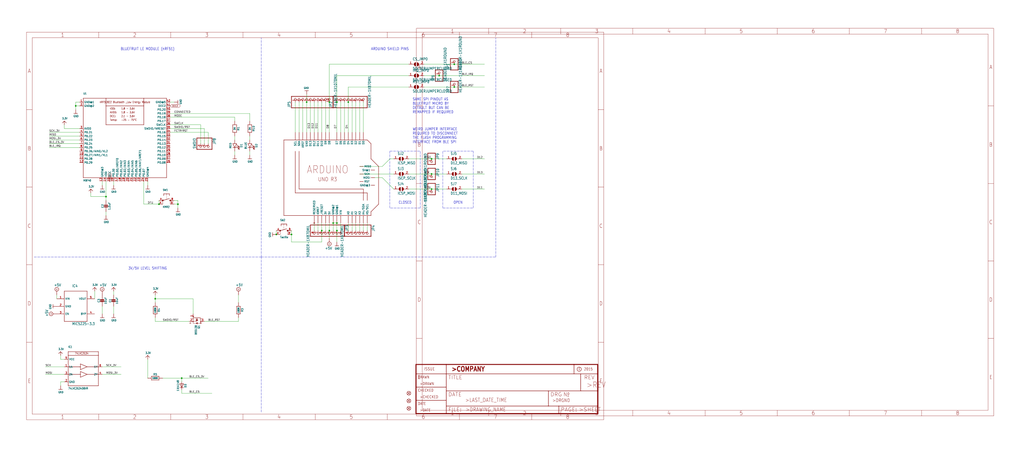
<source format=kicad_sch>
(kicad_sch (version 20211123) (generator eeschema)
  (paper "User" 687.07 301.701)
  (lib_symbols
    (symbol "eagleSchem-eagle-import:+5V" (power)
      (property "Value" "+5V" (at -1.905 3.175 0))
      (symbol "+5V_1_0"
        (pin power_in line (at 0 -2.54 90) (length 2.54) (name "+5V") (number "1"))
      )
    )
    (symbol "eagleSchem-eagle-import:3.3V" (power)
      (property "Value" "3.3V" (at -1.524 1.016 0))
      (symbol "3.3V_1_0"
        (pin power_in line (at 0 -2.54 90) (length 2.54) (name "3.3V") (number "1"))
      )
    )
    (symbol "eagleSchem-eagle-import:74LVC2G34DBVR"
      (property "Reference" "IC" (at -7.62 15.24 0))
      (property "Value" "74LVC2G34DBVR" (at -7.62 -12.7 0))
      (symbol "74LVC2G34DBVR_1_0"
        (text "74LVC2G34" (at -3.175 10.795 0) (effects (font (size 1.27 1.0795)) (justify left bottom)))
        (pin input line (at -10.16 2.54 0) (length 2.54) (name "1A") (number "1"))
        (pin power_in line (at -10.16 -7.62 0) (length 2.54) (name "GND") (number "2"))
        (pin input line (at -10.16 -2.54 0) (length 2.54) (name "2A") (number "3"))
        (pin output line (at 15.24 -2.54 180) (length 2.54) (name "2Y") (number "4"))
        (pin power_in line (at -10.16 7.62 0) (length 2.54) (name "VCC") (number "5"))
        (pin output line (at 15.24 2.54 180) (length 2.54) (name "1Y") (number "6"))
      )
    )
    (symbol "eagleSchem-eagle-import:ARDUINO_R3_ICSP_NODIM"
      (symbol "ARDUINO_R3_ICSP_NODIM_1_0"
        (text "ARDUINO" (at 15.24 27.94 0) (effects (font (size 5.08 4.318)) (justify left bottom)))
        (text "UNO R3" (at 22.86 22.86 0) (effects (font (size 2.54 2.159)) (justify left bottom)))
        (pin power_in line (at 27.94 -5.08 90) (length 5.08) (name "3V") (number "3V"))
        (pin power_in line (at 30.48 -5.08 90) (length 5.08) (name "5V") (number "5V"))
        (pin passive line (at 60.96 30.48 180) (length 2.54) (name "5V@1") (number "5V_ICSP"))
        (pin bidirectional line (at 43.18 -5.08 90) (length 5.08) (name "A0") (number "A0"))
        (pin bidirectional line (at 45.72 -5.08 90) (length 5.08) (name "A1") (number "A1"))
        (pin bidirectional line (at 48.26 -5.08 90) (length 5.08) (name "A2") (number "A2"))
        (pin bidirectional line (at 50.8 -5.08 90) (length 5.08) (name "A3") (number "A3"))
        (pin bidirectional line (at 53.34 -5.08 90) (length 5.08) (name "A4/SDA") (number "A4"))
        (pin bidirectional line (at 55.88 -5.08 90) (length 5.08) (name "A5/SCL") (number "A5"))
        (pin bidirectional line (at 12.7 55.88 270) (length 5.08) (name "AREF") (number "AREF"))
        (pin bidirectional line (at 53.34 55.88 270) (length 5.08) (name "D0") (number "D0"))
        (pin bidirectional line (at 50.8 55.88 270) (length 5.08) (name "D1") (number "D1"))
        (pin bidirectional line (at 25.4 55.88 270) (length 5.08) (name "D10") (number "D10"))
        (pin bidirectional line (at 22.86 55.88 270) (length 5.08) (name "D11") (number "D11"))
        (pin bidirectional line (at 20.32 55.88 270) (length 5.08) (name "D12") (number "D12"))
        (pin bidirectional line (at 17.78 55.88 270) (length 5.08) (name "D13") (number "D13"))
        (pin bidirectional line (at 48.26 55.88 270) (length 5.08) (name "D2") (number "D2"))
        (pin bidirectional line (at 45.72 55.88 270) (length 5.08) (name "D3") (number "D3"))
        (pin bidirectional line (at 43.18 55.88 270) (length 5.08) (name "D4") (number "D4"))
        (pin bidirectional line (at 40.64 55.88 270) (length 5.08) (name "D5") (number "D5"))
        (pin bidirectional line (at 38.1 55.88 270) (length 5.08) (name "D6") (number "D6"))
        (pin bidirectional line (at 35.56 55.88 270) (length 5.08) (name "D7") (number "D7"))
        (pin bidirectional line (at 30.48 55.88 270) (length 5.08) (name "D8") (number "D8"))
        (pin bidirectional line (at 27.94 55.88 270) (length 5.08) (name "D9") (number "D9"))
        (pin power_in line (at 15.24 55.88 270) (length 5.08) (name "GND") (number "GND"))
        (pin power_in line (at 33.02 -5.08 90) (length 5.08) (name "GND@2") (number "GND@1"))
        (pin passive line (at 60.96 20.32 180) (length 2.54) (name "GND@3") (number "GND@2"))
        (pin power_in line (at 35.56 -5.08 90) (length 5.08) (name "GND@1") (number "GND@3"))
        (pin output line (at 22.86 -5.08 90) (length 5.08) (name "IOREF") (number "IOREF"))
        (pin passive line (at 50.8 33.02 0) (length 2.54) (name "MISO") (number "MISO"))
        (pin passive line (at 60.96 25.4 180) (length 2.54) (name "MOSI") (number "MOSI"))
        (pin no_connect line (at 20.32 -5.08 90) (length 5.08) (name "RESERVED") (number "RESERVED"))
        (pin bidirectional line (at 25.4 -5.08 90) (length 5.08) (name "/RESET") (number "RESET"))
        (pin passive line (at 50.8 22.86 0) (length 2.54) (name "RST") (number "RESET_ICSP"))
        (pin passive line (at 50.8 27.94 0) (length 2.54) (name "SCK") (number "SCK"))
        (pin bidirectional line (at 7.62 55.88 270) (length 5.08) (name "SCL") (number "SCL"))
        (pin bidirectional line (at 10.16 55.88 270) (length 5.08) (name "SDA") (number "SDA"))
        (pin power_in line (at 38.1 -5.08 90) (length 5.08) (name "VIN") (number "VIN"))
      )
    )
    (symbol "eagleSchem-eagle-import:CAP_CERAMIC0805-NOOUTLINE"
      (property "Reference" "C" (at -2.29 1.25 90))
      (property "Value" "CAP_CERAMIC0805-NOOUTLINE" (at 2.3 1.25 90))
      (symbol "CAP_CERAMIC0805-NOOUTLINE_1_0"
        (pin passive line (at 0 5.08 270) (length 2.54) (name "1") (number "1"))
        (pin passive line (at 0 -2.54 90) (length 2.54) (name "2") (number "2"))
      )
    )
    (symbol "eagleSchem-eagle-import:DIODESOD-323"
      (property "Reference" "D" (at 0 2.54 0))
      (property "Value" "DIODESOD-323" (at 0 -2.5 0))
      (symbol "DIODESOD-323_1_0"
        (pin passive line (at -2.54 0 0) (length 2.54) (name "A") (number "A"))
        (pin passive line (at 2.54 0 180) (length 2.54) (name "C") (number "C"))
      )
    )
    (symbol "eagleSchem-eagle-import:FIDUCIAL{dblquote}{dblquote}")
    (symbol "eagleSchem-eagle-import:FRAME_A3"
      (symbol "FRAME_A3_0_0"
        (text "1" (at 24.2094 1.905 0) (effects (font (size 2.54 2.286))))
        (text "1" (at 24.2094 258.445 0) (effects (font (size 2.54 2.286))))
        (text "2" (at 72.6281 1.905 0) (effects (font (size 2.54 2.286))))
        (text "2" (at 72.6281 258.445 0) (effects (font (size 2.54 2.286))))
        (text "3" (at 121.0469 1.905 0) (effects (font (size 2.54 2.286))))
        (text "3" (at 121.0469 258.445 0) (effects (font (size 2.54 2.286))))
        (text "4" (at 169.4656 1.905 0) (effects (font (size 2.54 2.286))))
        (text "4" (at 169.4656 258.445 0) (effects (font (size 2.54 2.286))))
        (text "5" (at 217.8844 1.905 0) (effects (font (size 2.54 2.286))))
        (text "5" (at 217.8844 258.445 0) (effects (font (size 2.54 2.286))))
        (text "6" (at 266.3031 1.905 0) (effects (font (size 2.54 2.286))))
        (text "6" (at 266.3031 258.445 0) (effects (font (size 2.54 2.286))))
        (text "7" (at 314.7219 1.905 0) (effects (font (size 2.54 2.286))))
        (text "7" (at 314.7219 258.445 0) (effects (font (size 2.54 2.286))))
        (text "8" (at 363.1406 1.905 0) (effects (font (size 2.54 2.286))))
        (text "8" (at 363.1406 258.445 0) (effects (font (size 2.54 2.286))))
        (text "A" (at 1.905 234.315 0) (effects (font (size 2.54 2.286))))
        (text "A" (at 385.445 234.315 0) (effects (font (size 2.54 2.286))))
        (text "B" (at 1.905 182.245 0) (effects (font (size 2.54 2.286))))
        (text "B" (at 385.445 182.245 0) (effects (font (size 2.54 2.286))))
        (text "C" (at 1.905 130.175 0) (effects (font (size 2.54 2.286))))
        (text "C" (at 385.445 130.175 0) (effects (font (size 2.54 2.286))))
        (text "D" (at 1.905 78.105 0) (effects (font (size 2.54 2.286))))
        (text "D" (at 385.445 78.105 0) (effects (font (size 2.54 2.286))))
        (text "E" (at 1.905 26.035 0) (effects (font (size 2.54 2.286))))
        (text "E" (at 385.445 26.035 0) (effects (font (size 2.54 2.286))))
      )
      (symbol "FRAME_A3_2_0"
        (text "PART OR WHOLE IS STRICTLY PROHIBITED WITHOUT WRITTEN PERMISSION!" (at 3.81 -5.08 0) (effects (font (size 1.27 1.0795)) (justify left bottom)))
        (text "PROPRIETARY" (at 3.81 -10.16 0) (effects (font (size 2.54 2.159) (thickness 0.4318) bold) (justify left bottom)))
        (text "THIS DRAWING CONTAINS CONFIDENTIAL INFORMATION. ANY REPRODUCTION IN" (at 3.81 -2.794 0) (effects (font (size 1.27 1.0795)) (justify left bottom)))
      )
      (symbol "FRAME_A3_3_0"
        (text "2015" (at 112.4077 30.4673 0) (effects (font (size 1.778 1.5113)) (justify left bottom)))
        (text ">CHECKED" (at 2.2352 11.7348 0) (effects (font (size 1.778 1.5113)) (justify left bottom)))
        (text ">COMPANY" (at 23.349 29.6735 0) (effects (font (size 3.175 2.6987) (thickness 0.5397) bold) (justify left bottom)))
        (text ">DATE" (at 2.2352 2.8448 0) (effects (font (size 1.778 1.5113)) (justify left bottom)))
        (text ">DRAWING_NAME" (at 33.0327 2.8448 0) (effects (font (size 2.54 2.159)) (justify left bottom)))
        (text ">DRAWN" (at 2.2352 20.6248 0) (effects (font (size 1.778 1.5113)) (justify left bottom)))
        (text ">DRGNO" (at 91.1352 9.1948 0) (effects (font (size 2.1844 1.8567)) (justify left bottom)))
        (text ">LAST_DATE_TIME" (at 32.7152 9.1948 0) (effects (font (size 2.54 2.159)) (justify left bottom)))
        (text ">REV" (at 113.9952 18.7198 0) (effects (font (size 3.81 3.2385)) (justify left bottom)))
        (text ">SHEET" (at 108.9152 2.8448 0) (effects (font (size 2.54 2.54)) (justify left bottom)))
        (text "C" (at 108.7564 30.7848 0) (effects (font (size 1.27 1.0795)) (justify left bottom)))
        (text "CHECKED" (at 0.9652 16.1798 0) (effects (font (size 1.778 1.5113)) (justify left bottom)))
        (text "DATE" (at 0.9652 7.2898 0) (effects (font (size 1.778 1.5113)) (justify left bottom)))
        (text "DATE" (at 21.2852 13.0048 0) (effects (font (size 2.54 2.54)) (justify left bottom)))
        (text "DRAWN" (at 0.9652 25.0698 0) (effects (font (size 1.778 1.5113)) (justify left bottom)))
        (text "DRG" (at 89.8652 13.0048 0) (effects (font (size 2.54 2.54)) (justify left bottom)))
        (text "FILE:" (at 21.2852 2.8448 0) (effects (font (size 2.54 2.54)) (justify left bottom)))
        (text "ISSUE" (at 5.0927 30.4673 0) (effects (font (size 1.9304 1.6408)) (justify left bottom)))
        (text "N" (at 98.4377 13.0048 0) (effects (font (size 2.54 2.54)) (justify left bottom)))
        (text "o" (at 100.9777 13.9573 0) (effects (font (size 2.1844 1.8567)) (justify left bottom)))
        (text "PAGE:" (at 96.8502 2.8448 0) (effects (font (size 2.54 2.54)) (justify left bottom)))
        (text "REV" (at 112.4077 24.4348 0) (effects (font (size 2.54 2.54)) (justify left bottom)))
        (text "TITLE" (at 21.2852 24.4348 0) (effects (font (size 2.54 2.54)) (justify left bottom)))
      )
    )
    (symbol "eagleSchem-eagle-import:GND" (power)
      (property "Value" "GND" (at -1.524 -2.54 0))
      (symbol "GND_1_0"
        (pin power_in line (at 0 2.54 270) (length 2.54) (name "GND") (number "1"))
      )
    )
    (symbol "eagleSchem-eagle-import:HEADER-1X1070MIL"
      (property "Reference" "JP" (at -6.35 13.335 0))
      (property "Value" "HEADER-1X1070MIL" (at -6.35 -17.78 0))
      (symbol "HEADER-1X1070MIL_1_0"
        (pin passive inverted (at -2.54 10.16 0) (length 2.54) (name "1") (number "1"))
        (pin passive inverted (at -2.54 -12.7 0) (length 2.54) (name "10") (number "10"))
        (pin passive inverted (at -2.54 7.62 0) (length 2.54) (name "2") (number "2"))
        (pin passive inverted (at -2.54 5.08 0) (length 2.54) (name "3") (number "3"))
        (pin passive inverted (at -2.54 2.54 0) (length 2.54) (name "4") (number "4"))
        (pin passive inverted (at -2.54 0 0) (length 2.54) (name "5") (number "5"))
        (pin passive inverted (at -2.54 -2.54 0) (length 2.54) (name "6") (number "6"))
        (pin passive inverted (at -2.54 -5.08 0) (length 2.54) (name "7") (number "7"))
        (pin passive inverted (at -2.54 -7.62 0) (length 2.54) (name "8") (number "8"))
        (pin passive inverted (at -2.54 -10.16 0) (length 2.54) (name "9") (number "9"))
      )
    )
    (symbol "eagleSchem-eagle-import:HEADER-1X1ROUND"
      (property "Reference" "JP" (at -6.35 3.175 0))
      (property "Value" "HEADER-1X1ROUND" (at -6.35 -5.08 0))
      (symbol "HEADER-1X1ROUND_1_0"
        (pin passive inverted (at -2.54 0 0) (length 2.54) (name "1") (number "1"))
      )
    )
    (symbol "eagleSchem-eagle-import:HEADER-1X376MIL"
      (property "Reference" "JP" (at -6.35 5.715 0))
      (property "Value" "HEADER-1X376MIL" (at -6.35 -7.62 0))
      (symbol "HEADER-1X376MIL_1_0"
        (pin passive inverted (at -2.54 2.54 0) (length 2.54) (name "1") (number "1"))
        (pin passive inverted (at -2.54 0 0) (length 2.54) (name "2") (number "2"))
        (pin passive inverted (at -2.54 -2.54 0) (length 2.54) (name "3") (number "3"))
      )
    )
    (symbol "eagleSchem-eagle-import:HEADER-1X670MIL"
      (property "Reference" "JP" (at -6.35 10.795 0))
      (property "Value" "HEADER-1X670MIL" (at -6.35 -10.16 0))
      (symbol "HEADER-1X670MIL_1_0"
        (pin passive inverted (at -2.54 7.62 0) (length 2.54) (name "1") (number "1"))
        (pin passive inverted (at -2.54 5.08 0) (length 2.54) (name "2") (number "2"))
        (pin passive inverted (at -2.54 2.54 0) (length 2.54) (name "3") (number "3"))
        (pin passive inverted (at -2.54 0 0) (length 2.54) (name "4") (number "4"))
        (pin passive inverted (at -2.54 -2.54 0) (length 2.54) (name "5") (number "5"))
        (pin passive inverted (at -2.54 -5.08 0) (length 2.54) (name "6") (number "6"))
      )
    )
    (symbol "eagleSchem-eagle-import:HEADER-1X870MIL"
      (property "Reference" "JP" (at -6.35 13.335 0))
      (property "Value" "HEADER-1X870MIL" (at -6.35 -12.7 0))
      (symbol "HEADER-1X870MIL_1_0"
        (pin passive inverted (at -2.54 10.16 0) (length 2.54) (name "1") (number "1"))
        (pin passive inverted (at -2.54 7.62 0) (length 2.54) (name "2") (number "2"))
        (pin passive inverted (at -2.54 5.08 0) (length 2.54) (name "3") (number "3"))
        (pin passive inverted (at -2.54 2.54 0) (length 2.54) (name "4") (number "4"))
        (pin passive inverted (at -2.54 0 0) (length 2.54) (name "5") (number "5"))
        (pin passive inverted (at -2.54 -2.54 0) (length 2.54) (name "6") (number "6"))
        (pin passive inverted (at -2.54 -5.08 0) (length 2.54) (name "7") (number "7"))
        (pin passive inverted (at -2.54 -7.62 0) (length 2.54) (name "8") (number "8"))
      )
    )
    (symbol "eagleSchem-eagle-import:LED0805_NOOUTLINE"
      (property "Reference" "D" (at -1.27 4.445 0))
      (property "Value" "LED0805_NOOUTLINE" (at -1.27 -2.794 0))
      (symbol "LED0805_NOOUTLINE_1_0"
        (pin passive line (at -5.08 0 0) (length 2.54) (name "A") (number "A"))
        (pin passive line (at 2.54 0 180) (length 2.54) (name "C") (number "C"))
      )
    )
    (symbol "eagleSchem-eagle-import:LP298XS"
      (property "Reference" "IC" (at -12.7 -5.08 90))
      (property "Value" "LP298XS" (at 12.7 -5.08 90))
      (symbol "LP298XS_1_0"
        (pin bidirectional line (at -5.08 -15.24 90) (length 5.08) (name "VIN") (number "1"))
        (pin bidirectional line (at 0 -15.24 90) (length 5.08) (name "GND") (number "2"))
        (pin bidirectional line (at 5.08 -15.24 90) (length 5.08) (name "EN") (number "3"))
        (pin bidirectional line (at 5.08 10.16 270) (length 5.08) (name "BYP") (number "4"))
        (pin bidirectional line (at -5.08 10.16 270) (length 5.08) (name "VOUT") (number "5"))
      )
    )
    (symbol "eagleSchem-eagle-import:MOSFET-NWIDE"
      (property "Reference" "Q" (at 5.08 0.635 0))
      (property "Value" "MOSFET-NWIDE" (at 5.08 -1.27 0))
      (symbol "MOSFET-NWIDE_1_0"
        (text "D" (at 3.175 3.175 0) (effects (font (size 0.8128 0.6908)) (justify left bottom)))
        (text "G" (at -1.27 -1.905 0) (effects (font (size 0.8128 0.6908)) (justify left bottom)))
        (text "S" (at 3.175 -3.81 0) (effects (font (size 0.8128 0.6908)) (justify left bottom)))
        (pin bidirectional line (at -2.54 -2.54 0) (length 2.54) (name "G") (number "1"))
        (pin bidirectional line (at 2.54 -5.08 90) (length 2.54) (name "S") (number "2"))
        (pin bidirectional line (at 2.54 5.08 270) (length 2.54) (name "D") (number "3"))
      )
    )
    (symbol "eagleSchem-eagle-import:NRF51822_MODULE_MDBT40"
      (property "Reference" "U" (at -27.94 27.94 0))
      (property "Value" "NRF51822_MODULE_MDBT40" (at -27.94 -30.48 0))
      (symbol "NRF51822_MODULE_MDBT40_1_0"
        (text "-25 - 75°C" (at -2.54 10.16 0) (effects (font (size 1.27 1.0795)) (justify left bottom)))
        (text "1.8 - 3.6V" (at -2.54 15.24 0) (effects (font (size 1.27 1.0795)) (justify left bottom)))
        (text "1.8 - 3.6V" (at -2.54 17.78 0) (effects (font (size 1.27 1.0795)) (justify left bottom)))
        (text "2.1 - 3.6V" (at -2.54 12.7 0) (effects (font (size 1.27 1.0795)) (justify left bottom)))
        (text "AVDD:" (at -10.16 15.24 0) (effects (font (size 1.27 1.0795)) (justify left bottom)))
        (text "DCC:" (at -10.16 12.7 0) (effects (font (size 1.27 1.0795)) (justify left bottom)))
        (text "nRF51822 Bluetooth _Low Energy Module" (at 0 22.86 0) (effects (font (size 1.27 1.0795))))
        (text "Temp:" (at -10.16 10.16 0) (effects (font (size 1.27 1.0795)) (justify left bottom)))
        (text "VDD:" (at -10.16 17.78 0) (effects (font (size 1.27 1.0795)) (justify left bottom)))
        (pin power_in line (at -30.48 22.86 0) (length 2.54) (name "GND@1") (number "1"))
        (pin bidirectional line (at -30.48 -12.7 0) (length 2.54) (name "P0.27/AIN1/XL1") (number "10"))
        (pin bidirectional line (at -30.48 -15.24 0) (length 2.54) (name "P0.28") (number "11"))
        (pin bidirectional line (at -30.48 -17.78 0) (length 2.54) (name "P0.29") (number "12"))
        (pin power_in line (at -15.24 -30.48 90) (length 2.54) (name "GND@3") (number "13"))
        (pin power_in line (at -12.7 -30.48 90) (length 2.54) (name "VDD") (number "14"))
        (pin power_in line (at -10.16 -30.48 90) (length 2.54) (name "DCC") (number "15"))
        (pin bidirectional line (at -7.62 -30.48 90) (length 2.54) (name "P0.30") (number "16"))
        (pin bidirectional line (at -5.08 -30.48 90) (length 2.54) (name "P0.00/AREF0") (number "17"))
        (pin bidirectional line (at -2.54 -30.48 90) (length 2.54) (name "P0.01/AIN2") (number "18"))
        (pin bidirectional line (at 0 -30.48 90) (length 2.54) (name "P0.02/AIN3") (number "19"))
        (pin power_in line (at -30.48 20.32 0) (length 2.54) (name "GND@2") (number "2"))
        (pin bidirectional line (at 2.54 -30.48 90) (length 2.54) (name "P0.03/AIN4") (number "20"))
        (pin bidirectional line (at 5.08 -30.48 90) (length 2.54) (name "P0.04/AIN5") (number "21"))
        (pin bidirectional line (at 7.62 -30.48 90) (length 2.54) (name "P0.05/AIN6") (number "22"))
        (pin bidirectional line (at 10.16 -30.48 90) (length 2.54) (name "P0.06/AIN7/AREF1") (number "23"))
        (pin bidirectional line (at 12.7 -30.48 90) (length 2.54) (name "P0.07") (number "24"))
        (pin power_in line (at 15.24 -30.48 90) (length 2.54) (name "GND@4") (number "25"))
        (pin bidirectional line (at 30.48 -17.78 180) (length 2.54) (name "P0.08") (number "26"))
        (pin bidirectional line (at 30.48 -15.24 180) (length 2.54) (name "P0.09") (number "27"))
        (pin bidirectional line (at 30.48 -12.7 180) (length 2.54) (name "P0.10") (number "28"))
        (pin bidirectional line (at 30.48 -10.16 180) (length 2.54) (name "P0.11") (number "29"))
        (pin power_in line (at -30.48 5.08 0) (length 2.54) (name "AVDD") (number "3"))
        (pin bidirectional line (at 30.48 -7.62 180) (length 2.54) (name "P0.12") (number "30"))
        (pin bidirectional line (at 30.48 -5.08 180) (length 2.54) (name "P0.13") (number "31"))
        (pin bidirectional line (at 30.48 -2.54 180) (length 2.54) (name "P0.14") (number "32"))
        (pin bidirectional line (at 30.48 0 180) (length 2.54) (name "P0.15") (number "33"))
        (pin bidirectional line (at 30.48 2.54 180) (length 2.54) (name "P0.16") (number "34"))
        (pin bidirectional line (at 30.48 5.08 180) (length 2.54) (name "SWDIO/NRESET") (number "35"))
        (pin bidirectional line (at 30.48 7.62 180) (length 2.54) (name "SWCLK") (number "36"))
        (pin bidirectional line (at 30.48 10.16 180) (length 2.54) (name "P0.17") (number "37"))
        (pin bidirectional line (at 30.48 12.7 180) (length 2.54) (name "P0.18") (number "38"))
        (pin bidirectional line (at 30.48 15.24 180) (length 2.54) (name "P0.19") (number "39"))
        (pin bidirectional line (at -30.48 2.54 0) (length 2.54) (name "P0.21") (number "4"))
        (pin bidirectional line (at 30.48 17.78 180) (length 2.54) (name "P0.20") (number "40"))
        (pin power_in line (at 30.48 20.32 180) (length 2.54) (name "DEC2") (number "41"))
        (pin power_in line (at 30.48 22.86 180) (length 2.54) (name "GND@5") (number "42"))
        (pin bidirectional line (at -30.48 0 0) (length 2.54) (name "P0.22") (number "5"))
        (pin bidirectional line (at -30.48 -2.54 0) (length 2.54) (name "P0.23") (number "6"))
        (pin bidirectional line (at -30.48 -5.08 0) (length 2.54) (name "P0.24") (number "7"))
        (pin bidirectional line (at -30.48 -7.62 0) (length 2.54) (name "P0.25") (number "8"))
        (pin bidirectional line (at -30.48 -10.16 0) (length 2.54) (name "P0.26/AIN0/XL2") (number "9"))
      )
    )
    (symbol "eagleSchem-eagle-import:RESISTOR0805_NOOUTLINE"
      (property "Reference" "R" (at 0 2.54 0))
      (property "Value" "RESISTOR0805_NOOUTLINE" (at 0 0 0))
      (symbol "RESISTOR0805_NOOUTLINE_1_0"
        (pin passive line (at -5.08 0 0) (length 2.54) (name "1") (number "1"))
        (pin passive line (at 5.08 0 180) (length 2.54) (name "2") (number "2"))
      )
    )
    (symbol "eagleSchem-eagle-import:SOLDERJUMPERCLOSED"
      (property "Reference" "SJ" (at -2.54 2.54 0))
      (property "Value" "SOLDERJUMPERCLOSED" (at -2.54 -3.81 0))
      (symbol "SOLDERJUMPERCLOSED_1_0"
        (pin passive line (at -5.08 0 0) (length 2.54) (name "1") (number "1"))
        (pin passive line (at 5.08 0 180) (length 2.54) (name "2") (number "2"))
      )
    )
    (symbol "eagleSchem-eagle-import:SOLDERJUMPERREFLOW_NOPASTE"
      (property "Reference" "SJ" (at -2.54 2.54 0))
      (property "Value" "SOLDERJUMPERREFLOW_NOPASTE" (at -2.54 -3.81 0))
      (symbol "SOLDERJUMPERREFLOW_NOPASTE_1_0"
        (pin passive line (at -5.08 0 0) (length 2.54) (name "1") (number "1"))
        (pin passive line (at 5.08 0 180) (length 2.54) (name "2") (number "2"))
      )
    )
    (symbol "eagleSchem-eagle-import:SWITCH_TACT_SMT"
      (property "Reference" "SW" (at -2.54 6.35 0))
      (property "Value" "SWITCH_TACT_SMT" (at -2.54 -5.08 0))
      (symbol "SWITCH_TACT_SMT_1_0"
        (pin passive line (at -5.08 0 0) (length 2.54) (name "P") (number "A"))
        (pin passive line (at -5.08 -2.54 0) (length 2.54) (name "P1") (number "A'"))
        (pin passive line (at 5.08 0 180) (length 2.54) (name "S") (number "B"))
        (pin passive line (at 5.08 -2.54 180) (length 2.54) (name "S1") (number "B'"))
      )
    )
    (symbol "eagleSchem-eagle-import:SWITCH_TACT_SMT4.6X2.8"
      (property "Reference" "SW" (at -2.54 6.35 0))
      (property "Value" "SWITCH_TACT_SMT4.6X2.8" (at -2.54 -5.08 0))
      (symbol "SWITCH_TACT_SMT4.6X2.8_1_0"
        (pin passive line (at -5.08 0 0) (length 2.54) (name "P") (number "A"))
        (pin passive line (at -5.08 -2.54 0) (length 2.54) (name "P1") (number "A'"))
        (pin passive line (at 5.08 0 180) (length 2.54) (name "S") (number "B"))
        (pin passive line (at 5.08 -2.54 180) (length 2.54) (name "S1") (number "B'"))
      )
    )
  )
  (junction (at 215.9 154.94))
  (junction (at 294.64 50.8))
  (junction (at 185.42 157.48))
  (junction (at 226.06 154.94))
  (junction (at 104.14 200.66))
  (junction (at 50.8 71.12))
  (junction (at 304.8 58.42))
  (junction (at 226.06 68.58))
  (junction (at 226.06 149.86))
  (junction (at 195.58 157.48))
  (junction (at 106.68 137.16))
  (junction (at 119.38 137.16))
  (junction (at 220.98 68.58))
  (junction (at 304.8 43.18))
  (junction (at 223.52 149.86))
  (junction (at 121.92 254))
  (junction (at 71.12 132.08))
  (junction (at 289.56 116.84))
  (junction (at 233.68 68.58))
  (junction (at 205.74 68.58))
  (junction (at 289.56 106.68))
  (junction (at 289.56 127))
  (junction (at 220.98 154.94))
  (wire (pts (xy 137.16 96.52) (xy 137.16 86.36)))
  (wire (pts (xy 226.06 88.9) (xy 226.06 68.58)))
  (wire (pts (xy 251.46 119.38) (xy 256.54 119.38)))
  (wire (pts (xy 60.96 132.08) (xy 60.96 129.54)))
  (wire (pts (xy 104.14 200.66) (xy 104.14 198.12)))
  (wire (pts (xy 71.12 132.08) (xy 71.12 134.62)))
  (wire (pts (xy 213.36 154.94) (xy 213.36 149.86)))
  (wire (pts (xy 33.02 99.06) (xy 53.34 99.06)))
  (wire (pts (xy 53.34 71.12) (xy 50.8 71.12)))
  (wire (pts (xy 289.56 127) (xy 299.72 127)))
  (wire (pts (xy 304.8 58.42) (xy 284.48 58.42)))
  (wire (pts (xy 99.06 241.3) (xy 99.06 254)))
  (wire (pts (xy 241.3 116.84) (xy 264.16 116.84)))
  (polyline (pts (xy 261.62 101.6) (xy 281.94 101.6)))
  (wire (pts (xy 129.54 210.82) (xy 129.54 200.66)))
  (wire (pts (xy 231.14 68.58) (xy 231.14 88.9)))
  (wire (pts (xy 76.2 195.58) (xy 76.2 198.12)))
  (wire (pts (xy 238.76 154.94) (xy 238.76 149.86)))
  (wire (pts (xy 294.64 50.8) (xy 284.48 50.8)))
  (wire (pts (xy 223.52 154.94) (xy 223.52 149.86)))
  (wire (pts (xy 200.66 68.58) (xy 200.66 88.9)))
  (wire (pts (xy 33.02 96.52) (xy 53.34 96.52)))
  (wire (pts (xy 38.1 198.12) (xy 38.1 200.66)))
  (wire (pts (xy 116.84 137.16) (xy 119.38 137.16)))
  (wire (pts (xy 274.32 116.84) (xy 289.56 116.84)))
  (wire (pts (xy 114.3 88.9) (xy 139.7 88.9)))
  (wire (pts (xy 218.44 68.58) (xy 218.44 88.9)))
  (wire (pts (xy 68.58 246.38) (xy 81.28 246.38)))
  (wire (pts (xy 195.58 157.48) (xy 195.58 162.56)))
  (wire (pts (xy 167.64 76.2) (xy 167.64 81.28)))
  (wire (pts (xy 205.74 68.58) (xy 205.74 88.9)))
  (wire (pts (xy 76.2 121.92) (xy 76.2 124.46)))
  (wire (pts (xy 195.58 162.56) (xy 215.9 162.56)))
  (wire (pts (xy 218.44 154.94) (xy 218.44 149.86)))
  (wire (pts (xy 71.12 132.08) (xy 60.96 132.08)))
  (wire (pts (xy 104.14 213.36) (xy 104.14 215.9)))
  (wire (pts (xy 213.36 88.9) (xy 213.36 68.58)))
  (wire (pts (xy 114.3 83.82) (xy 134.62 83.82)))
  (polyline (pts (xy 22.86 172.72) (xy 175.26 172.72)))
  (wire (pts (xy 210.82 154.94) (xy 210.82 149.86)))
  (wire (pts (xy 53.34 86.36) (xy 43.18 86.36)))
  (polyline (pts (xy 317.5 139.7) (xy 317.5 101.6)))
  (wire (pts (xy 121.92 254) (xy 121.92 256.54)))
  (wire (pts (xy 104.14 203.2) (xy 104.14 200.66)))
  (wire (pts (xy 50.8 68.58) (xy 50.8 71.12)))
  (wire (pts (xy 114.3 78.74) (xy 157.48 78.74)))
  (wire (pts (xy 43.18 86.36) (xy 43.18 83.82)))
  (wire (pts (xy 68.58 121.92) (xy 68.58 124.46)))
  (wire (pts (xy 114.3 86.36) (xy 137.16 86.36)))
  (wire (pts (xy 104.14 215.9) (xy 127 215.9)))
  (wire (pts (xy 129.54 200.66) (xy 104.14 200.66)))
  (wire (pts (xy 304.8 43.18) (xy 284.48 43.18)))
  (wire (pts (xy 210.82 68.58) (xy 210.82 88.9)))
  (wire (pts (xy 256.54 111.76) (xy 261.62 106.68)))
  (wire (pts (xy 309.88 127) (xy 325.12 127)))
  (wire (pts (xy 289.56 116.84) (xy 299.72 116.84)))
  (wire (pts (xy 215.9 154.94) (xy 215.9 149.86)))
  (wire (pts (xy 243.84 154.94) (xy 243.84 149.86)))
  (wire (pts (xy 71.12 142.24) (xy 71.12 144.78)))
  (wire (pts (xy 68.58 251.46) (xy 81.28 251.46)))
  (polyline (pts (xy 261.62 139.7) (xy 261.62 101.6)))
  (wire (pts (xy 226.06 154.94) (xy 226.06 149.86)))
  (wire (pts (xy 226.06 162.56) (xy 226.06 154.94)))
  (wire (pts (xy 139.7 254) (xy 121.92 254)))
  (wire (pts (xy 116.84 134.62) (xy 119.38 134.62)))
  (polyline (pts (xy 297.18 101.6) (xy 297.18 139.7)))
  (wire (pts (xy 289.56 106.68) (xy 299.72 106.68)))
  (wire (pts (xy 233.68 58.42) (xy 233.68 68.58)))
  (wire (pts (xy 96.52 121.92) (xy 96.52 137.16)))
  (wire (pts (xy 241.3 111.76) (xy 256.54 111.76)))
  (wire (pts (xy 233.68 154.94) (xy 233.68 149.86)))
  (wire (pts (xy 241.3 154.94) (xy 241.3 149.86)))
  (wire (pts (xy 30.48 251.46) (xy 43.18 251.46)))
  (wire (pts (xy 256.54 119.38) (xy 264.16 127)))
  (wire (pts (xy 106.68 134.62) (xy 106.68 137.16)))
  (wire (pts (xy 157.48 91.44) (xy 157.48 93.98)))
  (wire (pts (xy 160.02 215.9) (xy 160.02 213.36)))
  (polyline (pts (xy 332.74 172.72) (xy 332.74 25.4)))
  (polyline (pts (xy 175.26 172.72) (xy 332.74 172.72)))
  (wire (pts (xy 220.98 160.02) (xy 220.98 154.94)))
  (wire (pts (xy 220.98 43.18) (xy 220.98 68.58)))
  (wire (pts (xy 71.12 121.92) (xy 71.12 132.08)))
  (wire (pts (xy 215.9 162.56) (xy 215.9 154.94)))
  (wire (pts (xy 274.32 43.18) (xy 220.98 43.18)))
  (wire (pts (xy 53.34 68.58) (xy 50.8 68.58)))
  (polyline (pts (xy 281.94 139.7) (xy 261.62 139.7)))
  (wire (pts (xy 198.12 68.58) (xy 198.12 88.9)))
  (wire (pts (xy 114.3 68.58) (xy 116.84 68.58)))
  (wire (pts (xy 40.64 256.54) (xy 40.64 259.08)))
  (wire (pts (xy 304.8 58.42) (xy 325.12 58.42)))
  (wire (pts (xy 309.88 106.68) (xy 325.12 106.68)))
  (wire (pts (xy 76.2 205.74) (xy 76.2 210.82)))
  (polyline (pts (xy 297.18 139.7) (xy 317.5 139.7)))
  (wire (pts (xy 309.88 116.84) (xy 325.12 116.84)))
  (wire (pts (xy 119.38 137.16) (xy 119.38 139.7)))
  (wire (pts (xy 304.8 43.18) (xy 325.12 43.18)))
  (wire (pts (xy 96.52 137.16) (xy 106.68 137.16)))
  (wire (pts (xy 167.64 101.6) (xy 167.64 104.14)))
  (wire (pts (xy 203.2 68.58) (xy 203.2 88.9)))
  (wire (pts (xy 223.52 149.86) (xy 226.06 149.86)))
  (wire (pts (xy 294.64 50.8) (xy 325.12 50.8)))
  (wire (pts (xy 33.02 88.9) (xy 53.34 88.9)))
  (wire (pts (xy 228.6 68.58) (xy 228.6 88.9)))
  (wire (pts (xy 50.8 71.12) (xy 50.8 73.66)))
  (wire (pts (xy 63.5 195.58) (xy 63.5 200.66)))
  (wire (pts (xy 195.58 157.48) (xy 195.58 154.94)))
  (wire (pts (xy 160.02 203.2) (xy 160.02 198.12)))
  (wire (pts (xy 30.48 246.38) (xy 43.18 246.38)))
  (wire (pts (xy 160.02 215.9) (xy 137.16 215.9)))
  (wire (pts (xy 109.22 254) (xy 121.92 254)))
  (wire (pts (xy 241.3 68.58) (xy 241.3 88.9)))
  (polyline (pts (xy 175.26 276.86) (xy 175.26 172.72)))
  (wire (pts (xy 185.42 154.94) (xy 185.42 157.48)))
  (wire (pts (xy 121.92 264.16) (xy 142.24 264.16)))
  (wire (pts (xy 205.74 63.5) (xy 205.74 68.58)))
  (wire (pts (xy 33.02 93.98) (xy 53.34 93.98)))
  (wire (pts (xy 40.64 241.3) (xy 40.64 238.76)))
  (wire (pts (xy 238.76 68.58) (xy 238.76 88.9)))
  (wire (pts (xy 246.38 154.94) (xy 246.38 149.86)))
  (wire (pts (xy 274.32 127) (xy 289.56 127)))
  (wire (pts (xy 119.38 134.62) (xy 119.38 137.16)))
  (wire (pts (xy 139.7 96.52) (xy 139.7 88.9)))
  (wire (pts (xy 220.98 154.94) (xy 220.98 149.86)))
  (wire (pts (xy 274.32 58.42) (xy 233.68 58.42)))
  (polyline (pts (xy 175.26 172.72) (xy 175.26 25.4)))
  (wire (pts (xy 99.06 121.92) (xy 99.06 124.46)))
  (wire (pts (xy 121.92 264.16) (xy 121.92 261.62)))
  (wire (pts (xy 114.3 76.2) (xy 167.64 76.2)))
  (wire (pts (xy 157.48 78.74) (xy 157.48 81.28)))
  (wire (pts (xy 228.6 154.94) (xy 228.6 149.86)))
  (wire (pts (xy 33.02 91.44) (xy 53.34 91.44)))
  (polyline (pts (xy 317.5 101.6) (xy 297.18 101.6)))
  (wire (pts (xy 236.22 154.94) (xy 236.22 149.86)))
  (wire (pts (xy 274.32 50.8) (xy 226.06 50.8)))
  (polyline (pts (xy 281.94 101.6) (xy 281.94 139.7)))
  (wire (pts (xy 43.18 241.3) (xy 40.64 241.3)))
  (wire (pts (xy 274.32 106.68) (xy 289.56 106.68)))
  (wire (pts (xy 233.68 88.9) (xy 233.68 68.58)))
  (wire (pts (xy 43.18 256.54) (xy 40.64 256.54)))
  (wire (pts (xy 236.22 68.58) (xy 236.22 88.9)))
  (wire (pts (xy 167.64 91.44) (xy 167.64 93.98)))
  (wire (pts (xy 243.84 68.58) (xy 243.84 88.9)))
  (wire (pts (xy 68.58 205.74) (xy 68.58 210.82)))
  (wire (pts (xy 157.48 101.6) (xy 157.48 104.14)))
  (wire (pts (xy 215.9 68.58) (xy 215.9 88.9)))
  (wire (pts (xy 226.06 50.8) (xy 226.06 68.58)))
  (wire (pts (xy 220.98 88.9) (xy 220.98 68.58)))
  (wire (pts (xy 261.62 106.68) (xy 264.16 106.68)))
  (wire (pts (xy 134.62 96.52) (xy 134.62 83.82)))
  (wire (pts (xy 208.28 88.9) (xy 208.28 68.58)))
  (text "3V/5V LEVEL SHIFTING" (at 99.06 180.34 180) (effects (font (size 1.778 1.5113))))
  (text "BLUEFRUIT LE MODULE (nRF51)" (at 99.06 33.02 180) (effects (font (size 1.778 1.5113))))
  (text "OPEN" (at 307.34 137.16 180) (effects (font (size 1.778 1.5113)) (justify bottom)))
  (text "CLOSED" (at 271.78 137.16 180) (effects (font (size 1.778 1.5113)) (justify bottom)))
  (text "SAME SPI PINOUT AS\nBLUEFRUIT MICRO BY\nDEFAULT BUT CAN BE\nREMAPPED IF REQUIRED" (at 276.86 71.12 0) (effects (font (size 1.778 1.5113)) (justify left)))
  (text "ARDUINO SHIELD PINS" (at 261.62 33.02 180) (effects (font (size 1.778 1.5113))))
  (text "WEIRD JUMPER INTERFACE\nREQUIRED TO DISCONNECT\nTHE FLASH PROGRAMMING\nINTERFACE FROM BLE SPI" (at 276.86 96.52 0) (effects (font (size 1.778 1.5113)) (justify left bottom)))
  (label "BLE_CS_3V" (at 33.02 96.52 0) (effects (font (size 1.2446 1.2446))))
  (label "D12" (at 210.82 86.36 90) (effects (font (size 1.2446 1.2446))))
  (label "SWDIO/RST" (at 109.22 215.9 0) (effects (font (size 1.2446 1.2446))))
  (label "MOSI" (at 30.48 251.46 0) (effects (font (size 1.2446 1.2446))))
  (label "D12" (at 320.04 106.68 0) (effects (font (size 1.2446 1.2446))))
  (label "SWDIO/RST" (at 116.84 86.36 0) (effects (font (size 1.2446 1.2446))))
  (label "BLE_CS_3V" (at 127 254 0) (effects (font (size 1.2446 1.2446))))
  (label "SCK_3V" (at 33.02 88.9 0) (effects (font (size 1.2446 1.2446))))
  (label "MISO" (at 33.02 91.44 0) (effects (font (size 1.2446 1.2446))))
  (label "BLE_RST" (at 139.7 215.9 0) (effects (font (size 1.2446 1.2446))))
  (label "D7" (at 226.06 86.36 90) (effects (font (size 1.2446 1.2446))))
  (label "CONNECTED" (at 116.84 76.2 0) (effects (font (size 1.2446 1.2446))))
  (label "D13" (at 208.28 86.36 90) (effects (font (size 1.2446 1.2446))))
  (label "BLE_IRQ" (at 33.02 99.06 0) (effects (font (size 1.2446 1.2446))))
  (label "MOSI_3V" (at 71.12 251.46 0) (effects (font (size 1.2446 1.2446))))
  (label "MODE" (at 116.84 78.74 0) (effects (font (size 1.2446 1.2446))))
  (label "BLE_CS" (at 309.88 43.18 0) (effects (font (size 1.2446 1.2446))))
  (label "MISO" (at 284.48 106.68 0) (effects (font (size 1.2446 1.2446))))
  (label "FCTRYRST" (at 116.84 88.9 0) (effects (font (size 1.2446 1.2446))))
  (label "D13" (at 320.04 116.84 0) (effects (font (size 1.2446 1.2446))))
  (label "SCK_3V" (at 71.12 246.38 0) (effects (font (size 1.2446 1.2446))))
  (label "SCK" (at 30.48 246.38 0) (effects (font (size 1.2446 1.2446))))
  (label "DFU" (at 99.06 137.16 0) (effects (font (size 1.2446 1.2446))))
  (label "SWCLK" (at 116.84 83.82 0) (effects (font (size 1.2446 1.2446))))
  (label "BLE_CS" (at 127 264.16 0) (effects (font (size 1.2446 1.2446))))
  (label "SCK" (at 284.48 116.84 0) (effects (font (size 1.2446 1.2446))))
  (label "BLE_RST" (at 309.88 58.42 0) (effects (font (size 1.2446 1.2446))))
  (label "D11" (at 213.36 86.36 90) (effects (font (size 1.2446 1.2446))))
  (label "D4" (at 233.68 86.36 90) (effects (font (size 1.2446 1.2446))))
  (label "BLE_IRQ" (at 309.88 50.8 0) (effects (font (size 1.2446 1.2446))))
  (label "D8" (at 220.98 86.36 90) (effects (font (size 1.2446 1.2446))))
  (label "MOSI" (at 284.48 127 0) (effects (font (size 1.2446 1.2446))))
  (label "MOSI_3V" (at 33.02 93.98 0) (effects (font (size 1.2446 1.2446))))
  (label "D11" (at 320.04 127 0) (effects (font (size 1.2446 1.2446))))
  (global_label "DEC2" (shape bidirectional) (at 114.3 71.12 0) (effects (font (size 1.016 1.016))) (property "Intersheet References" "${INTERSHEET_REFS}" (effects hide)))
  (global_label "DCC" (shape bidirectional) (at 73.66 121.92 90) (effects (font (size 1.016 1.016))) (property "Intersheet References" "${INTERSHEET_REFS}" (effects hide)))
  (symbol (lib_id "eagleSchem-eagle-import:GND") (at 167.64 106.68 0) (unit 1)
    (property "Reference" "#U$5" (effects hide))
    (property "Value" "GND" (at 166.116 109.22 0) (effects (font (size 1.27 1.0795)) (justify left bottom)))
    (property "Footprint" "eagleSchem:" (effects hide))
  )
  (symbol (lib_id "eagleSchem-eagle-import:HEADER-1X870MIL") (at 218.44 157.48 270) (unit 1)
    (property "Reference" "JP3" (at 231.775 151.13 0) (effects (font (size 1.778 1.5113)) (justify left bottom)))
    (property "Value" "HEADER-1X870MIL" (at 205.74 151.13 0) (effects (font (size 1.778 1.5113)) (justify left bottom)))
    (property "Footprint" "eagleSchem:1X08_ROUND_70" (effects hide))
  )
  (symbol (lib_id "eagleSchem-eagle-import:GND") (at 76.2 213.36 0) (unit 1)
    (property "Reference" "#U$14" (effects hide))
    (property "Value" "GND" (at 74.676 215.9 0) (effects (font (size 1.27 1.0795)) (justify left bottom)))
    (property "Footprint" "eagleSchem:" (effects hide))
  )
  (symbol (lib_id "eagleSchem-eagle-import:GND") (at 35.56 205.74 270) (unit 1)
    (property "Reference" "#U$11" (effects hide))
    (property "Value" "GND" (at 33.02 204.216 0) (effects (font (size 1.27 1.0795)) (justify left bottom)))
    (property "Footprint" "eagleSchem:" (effects hide))
  )
  (symbol (lib_id "eagleSchem-eagle-import:SOLDERJUMPERCLOSED") (at 279.4 50.8 0) (unit 1)
    (property "Reference" "IRQ_JMP0" (at 276.86 48.26 0) (effects (font (size 1.778 1.5113)) (justify left bottom)))
    (property "Value" "SOLDERJUMPERCLOSED" (at 276.86 54.61 0) (effects (font (size 1.778 1.5113)) (justify left bottom)))
    (property "Footprint" "eagleSchem:SOLDERJUMPER_CLOSEDWIRE" (effects hide))
  )
  (symbol (lib_id "eagleSchem-eagle-import:ARDUINO_R3_ICSP_NODIM") (at 190.5 144.78 0) (unit 1)
    (property "Reference" "M1" (effects hide))
    (property "Value" "ARDUINO_R3_ICSP_NODIM" (effects hide))
    (property "Footprint" "eagleSchem:ARDUINOR3_ICSP_NODIM" (effects hide))
  )
  (symbol (lib_id "eagleSchem-eagle-import:HEADER-1X1ROUND") (at 289.56 119.38 270) (unit 1)
    (property "Reference" "JP10" (at 292.735 113.03 0) (effects (font (size 1.778 1.5113)) (justify left bottom)))
    (property "Value" "HEADER-1X1ROUND" (at 284.48 113.03 0) (effects (font (size 1.778 1.5113)) (justify left bottom)))
    (property "Footprint" "eagleSchem:1X01_ROUND" (effects hide))
  )
  (symbol (lib_id "eagleSchem-eagle-import:CAP_CERAMIC0805-NOOUTLINE") (at 76.2 203.2 0) (unit 1)
    (property "Reference" "C1" (at 73.91 201.95 90))
    (property "Value" "10uF" (at 78.5 201.95 90))
    (property "Footprint" "eagleSchem:0805-NO" (effects hide))
  )
  (symbol (lib_id "eagleSchem-eagle-import:3.3V") (at 40.64 236.22 0) (unit 1)
    (property "Reference" "#U$33" (effects hide))
    (property "Value" "3.3V" (at 39.116 235.204 0) (effects (font (size 1.27 1.0795)) (justify left bottom)))
    (property "Footprint" "eagleSchem:" (effects hide))
  )
  (symbol (lib_id "eagleSchem-eagle-import:GND") (at 76.2 127 0) (unit 1)
    (property "Reference" "#U$17" (effects hide))
    (property "Value" "GND" (at 74.676 129.54 0) (effects (font (size 1.27 1.0795)) (justify left bottom)))
    (property "Footprint" "eagleSchem:" (effects hide))
  )
  (symbol (lib_id "eagleSchem-eagle-import:LED0805_NOOUTLINE") (at 167.64 99.06 270) (unit 1)
    (property "Reference" "D2" (at 172.085 97.79 0))
    (property "Value" "BLUE" (at 164.846 97.79 0))
    (property "Footprint" "eagleSchem:CHIPLED_0805_NOOUTLINE" (effects hide))
  )
  (symbol (lib_id "eagleSchem-eagle-import:+5V") (at 68.58 195.58 0) (unit 1)
    (property "Reference" "#SUPPLY4" (effects hide))
    (property "Value" "+5V" (at 66.675 192.405 0) (effects (font (size 1.778 1.5113)) (justify left bottom)))
    (property "Footprint" "eagleSchem:" (effects hide))
  )
  (symbol (lib_id "eagleSchem-eagle-import:HEADER-1X1ROUND") (at 289.56 129.54 270) (unit 1)
    (property "Reference" "JP11" (at 292.735 123.19 0) (effects (font (size 1.778 1.5113)) (justify left bottom)))
    (property "Value" "HEADER-1X1ROUND" (at 284.48 123.19 0) (effects (font (size 1.778 1.5113)) (justify left bottom)))
    (property "Footprint" "eagleSchem:1X01_ROUND" (effects hide))
  )
  (symbol (lib_id "eagleSchem-eagle-import:CAP_CERAMIC0805-NOOUTLINE") (at 68.58 203.2 0) (unit 1)
    (property "Reference" "C3" (at 66.29 201.95 90))
    (property "Value" "10uF" (at 70.88 201.95 90))
    (property "Footprint" "eagleSchem:0805-NO" (effects hide))
  )
  (symbol (lib_id "eagleSchem-eagle-import:GND") (at 119.38 68.58 90) (unit 1)
    (property "Reference" "#U$13" (effects hide))
    (property "Value" "GND" (at 121.92 70.104 0) (effects (font (size 1.27 1.0795)) (justify left bottom)))
    (property "Footprint" "eagleSchem:" (effects hide))
  )
  (symbol (lib_id "eagleSchem-eagle-import:GND") (at 68.58 213.36 0) (unit 1)
    (property "Reference" "#U$19" (effects hide))
    (property "Value" "GND" (at 67.056 215.9 0) (effects (font (size 1.27 1.0795)) (justify left bottom)))
    (property "Footprint" "eagleSchem:" (effects hide))
  )
  (symbol (lib_id "eagleSchem-eagle-import:RESISTOR0805_NOOUTLINE") (at 160.02 208.28 270) (unit 1)
    (property "Reference" "R3" (at 162.56 208.28 0))
    (property "Value" "100K" (at 160.02 208.28 0) (effects (font (size 1.016 1.016) bold)))
    (property "Footprint" "eagleSchem:0805-NO" (effects hide))
  )
  (symbol (lib_id "eagleSchem-eagle-import:3.3V") (at 99.06 238.76 0) (unit 1)
    (property "Reference" "#U$3" (effects hide))
    (property "Value" "3.3V" (at 97.536 237.744 0) (effects (font (size 1.27 1.0795)) (justify left bottom)))
    (property "Footprint" "eagleSchem:" (effects hide))
  )
  (symbol (lib_id "eagleSchem-eagle-import:SOLDERJUMPERREFLOW_NOPASTE") (at 304.8 106.68 0) (unit 1)
    (property "Reference" "SJ5" (at 302.26 104.14 0) (effects (font (size 1.778 1.5113)) (justify left bottom)))
    (property "Value" "D12_MISO" (at 302.26 110.49 0) (effects (font (size 1.778 1.5113)) (justify left bottom)))
    (property "Footprint" "eagleSchem:SOLDERJUMPER_REFLOW_NOPASTE" (effects hide))
  )
  (symbol (lib_id "eagleSchem-eagle-import:GND") (at 50.8 76.2 0) (unit 1)
    (property "Reference" "#U$12" (effects hide))
    (property "Value" "GND" (at 49.276 78.74 0) (effects (font (size 1.27 1.0795)) (justify left bottom)))
    (property "Footprint" "eagleSchem:" (effects hide))
  )
  (symbol (lib_id "eagleSchem-eagle-import:74LVC2G34DBVR") (at 53.34 248.92 0) (unit 1)
    (property "Reference" "IC1" (at 45.72 233.68 0) (effects (font (size 1.27 1.0795)) (justify left bottom)))
    (property "Value" "74LVC2G34DBVR" (at 45.72 261.62 0) (effects (font (size 1.27 1.0795)) (justify left bottom)))
    (property "Footprint" "eagleSchem:SOT23-6" (effects hide))
  )
  (symbol (lib_id "eagleSchem-eagle-import:HEADER-1X1ROUND") (at 304.8 55.88 90) (unit 1)
    (property "Reference" "JP7" (at 301.625 62.23 0) (effects (font (size 1.778 1.5113)) (justify left bottom)))
    (property "Value" "HEADER-1X1ROUND" (at 309.88 62.23 0) (effects (font (size 1.778 1.5113)) (justify left bottom)))
    (property "Footprint" "eagleSchem:1X01_ROUND" (effects hide))
  )
  (symbol (lib_id "eagleSchem-eagle-import:3.3V") (at 63.5 193.04 0) (unit 1)
    (property "Reference" "#U$15" (effects hide))
    (property "Value" "3.3V" (at 61.976 192.024 0) (effects (font (size 1.27 1.0795)) (justify left bottom)))
    (property "Footprint" "eagleSchem:" (effects hide))
  )
  (symbol (lib_id "eagleSchem-eagle-import:RESISTOR0805_NOOUTLINE") (at 157.48 86.36 270) (unit 1)
    (property "Reference" "R1" (at 160.02 86.36 0))
    (property "Value" "2K" (at 157.48 86.36 0) (effects (font (size 1.016 1.016) bold)))
    (property "Footprint" "eagleSchem:0805-NO" (effects hide))
  )
  (symbol (lib_id "eagleSchem-eagle-import:+5V") (at 38.1 195.58 0) (unit 1)
    (property "Reference" "#SUPPLY2" (effects hide))
    (property "Value" "+5V" (at 36.195 192.405 0) (effects (font (size 1.778 1.5113)) (justify left bottom)))
    (property "Footprint" "eagleSchem:" (effects hide))
  )
  (symbol (lib_id "eagleSchem-eagle-import:DIODESOD-323") (at 121.92 259.08 270) (unit 1)
    (property "Reference" "D3" (at 124.46 259.08 0))
    (property "Value" "1N4148" (at 119.42 259.08 0))
    (property "Footprint" "eagleSchem:SOD-323" (effects hide))
  )
  (symbol (lib_id "eagleSchem-eagle-import:FRAME_A3") (at 279.4 279.4 0) (unit 3)
    (property "Reference" "#FRAME1" (effects hide))
    (property "Value" "FRAME_A3" (effects hide))
    (property "Footprint" "eagleSchem:" (effects hide))
  )
  (symbol (lib_id "eagleSchem-eagle-import:FIDUCIAL{dblquote}{dblquote}") (at 274.32 269.24 0) (unit 1)
    (property "Reference" "FID1" (effects hide))
    (property "Value" "FIDUCIAL{dblquote}{dblquote}" (effects hide))
    (property "Footprint" "eagleSchem:FIDUCIAL_1MM" (effects hide))
  )
  (symbol (lib_id "eagleSchem-eagle-import:GND") (at 40.64 261.62 0) (unit 1)
    (property "Reference" "#U$34" (effects hide))
    (property "Value" "GND" (at 39.116 264.16 0) (effects (font (size 1.27 1.0795)) (justify left bottom)))
    (property "Footprint" "eagleSchem:" (effects hide))
  )
  (symbol (lib_id "eagleSchem-eagle-import:GND") (at 99.06 127 0) (unit 1)
    (property "Reference" "#U$10" (effects hide))
    (property "Value" "GND" (at 97.536 129.54 0) (effects (font (size 1.27 1.0795)) (justify left bottom)))
    (property "Footprint" "eagleSchem:" (effects hide))
  )
  (symbol (lib_id "eagleSchem-eagle-import:CAP_CERAMIC0805-NOOUTLINE") (at 71.12 139.7 0) (unit 1)
    (property "Reference" "C2" (at 68.83 138.45 90))
    (property "Value" "1.0uF" (at 73.42 138.45 90))
    (property "Footprint" "eagleSchem:0805-NO" (effects hide))
  )
  (symbol (lib_id "eagleSchem-eagle-import:HEADER-1X670MIL") (at 238.76 157.48 270) (unit 1)
    (property "Reference" "JP4" (at 249.555 151.13 0) (effects (font (size 1.778 1.5113)) (justify left bottom)))
    (property "Value" "HEADER-1X670MIL" (at 228.6 151.13 0) (effects (font (size 1.778 1.5113)) (justify left bottom)))
    (property "Footprint" "eagleSchem:1X06_ROUND_70" (effects hide))
  )
  (symbol (lib_id "eagleSchem-eagle-import:GND") (at 182.88 157.48 270) (unit 1)
    (property "Reference" "#U$42" (effects hide))
    (property "Value" "GND" (at 180.34 155.956 0) (effects (font (size 1.27 1.0795)) (justify left bottom)))
    (property "Footprint" "eagleSchem:" (effects hide))
  )
  (symbol (lib_id "eagleSchem-eagle-import:FRAME_A3") (at 17.78 281.94 0) (unit 1)
    (property "Reference" "#FRAME1" (effects hide))
    (property "Value" "FRAME_A3" (effects hide))
    (property "Footprint" "eagleSchem:" (effects hide))
  )
  (symbol (lib_id "eagleSchem-eagle-import:SOLDERJUMPERCLOSED") (at 279.4 58.42 0) (unit 1)
    (property "Reference" "RST_JMP0" (at 276.86 55.88 0) (effects (font (size 1.778 1.5113)) (justify left bottom)))
    (property "Value" "SOLDERJUMPERCLOSED" (at 276.86 62.23 0) (effects (font (size 1.778 1.5113)) (justify left bottom)))
    (property "Footprint" "eagleSchem:SOLDERJUMPER_CLOSEDWIRE" (effects hide))
  )
  (symbol (lib_id "eagleSchem-eagle-import:SOLDERJUMPERREFLOW_NOPASTE") (at 304.8 116.84 0) (unit 1)
    (property "Reference" "SJ6" (at 302.26 114.3 0) (effects (font (size 1.778 1.5113)) (justify left bottom)))
    (property "Value" "D13_SCLK" (at 302.26 120.65 0) (effects (font (size 1.778 1.5113)) (justify left bottom)))
    (property "Footprint" "eagleSchem:SOLDERJUMPER_REFLOW_NOPASTE" (effects hide))
  )
  (symbol (lib_id "eagleSchem-eagle-import:RESISTOR0805_NOOUTLINE") (at 167.64 86.36 270) (unit 1)
    (property "Reference" "R10" (at 170.18 86.36 0))
    (property "Value" "2K" (at 167.64 86.36 0) (effects (font (size 1.016 1.016) bold)))
    (property "Footprint" "eagleSchem:0805-NO" (effects hide))
  )
  (symbol (lib_id "eagleSchem-eagle-import:GND") (at 68.58 127 0) (unit 1)
    (property "Reference" "#U$6" (effects hide))
    (property "Value" "GND" (at 67.056 129.54 0) (effects (font (size 1.27 1.0795)) (justify left bottom)))
    (property "Footprint" "eagleSchem:" (effects hide))
  )
  (symbol (lib_id "eagleSchem-eagle-import:HEADER-1X1ROUND") (at 304.8 40.64 90) (unit 1)
    (property "Reference" "JP1" (at 301.625 46.99 0) (effects (font (size 1.778 1.5113)) (justify left bottom)))
    (property "Value" "HEADER-1X1ROUND" (at 309.88 46.99 0) (effects (font (size 1.778 1.5113)) (justify left bottom)))
    (property "Footprint" "eagleSchem:1X01_ROUND" (effects hide))
  )
  (symbol (lib_id "eagleSchem-eagle-import:NRF51822_MODULE_MDBT40") (at 83.82 91.44 0) (unit 1)
    (property "Reference" "U1" (at 55.88 63.5 0) (effects (font (size 1.27 1.0795)) (justify left bottom)))
    (property "Value" "MBT40" (at 55.88 121.92 0) (effects (font (size 1.27 1.0795)) (justify left bottom)))
    (property "Footprint" "eagleSchem:BLE_MODULE_RAYTAC_MDBT40" (effects hide))
  )
  (symbol (lib_id "eagleSchem-eagle-import:SOLDERJUMPERCLOSED") (at 269.24 106.68 0) (unit 1)
    (property "Reference" "SJ2" (at 266.7 104.14 0) (effects (font (size 1.778 1.5113)) (justify left bottom)))
    (property "Value" "ICSP_MISO" (at 266.7 110.49 0) (effects (font (size 1.778 1.5113)) (justify left bottom)))
    (property "Footprint" "eagleSchem:SOLDERJUMPER_CLOSEDWIRE" (effects hide))
  )
  (symbol (lib_id "eagleSchem-eagle-import:MOSFET-NWIDE") (at 132.08 213.36 270) (unit 1)
    (property "Reference" "Q1" (at 132.715 218.44 0) (effects (font (size 1.27 1.0795)) (justify left bottom)))
    (property "Value" "BSS138" (at 130.81 218.44 0) (effects (font (size 1.27 1.0795)) (justify left bottom)))
    (property "Footprint" "eagleSchem:SOT23-WIDE" (effects hide))
  )
  (symbol (lib_id "eagleSchem-eagle-import:RESISTOR0805_NOOUTLINE") (at 104.14 254 0) (unit 1)
    (property "Reference" "R5" (at 104.14 251.46 0))
    (property "Value" "100K" (at 104.14 254 0) (effects (font (size 1.016 1.016) bold)))
    (property "Footprint" "eagleSchem:0805-NO" (effects hide))
  )
  (symbol (lib_id "eagleSchem-eagle-import:SWITCH_TACT_SMT") (at 190.5 154.94 0) (unit 1)
    (property "Reference" "SW2" (at 187.96 148.59 0) (effects (font (size 1.27 1.0795)) (justify left bottom)))
    (property "Value" "Tactile" (at 187.96 160.02 0) (effects (font (size 1.27 1.0795)) (justify left bottom)))
    (property "Footprint" "eagleSchem:EVQ-Q2" (effects hide))
  )
  (symbol (lib_id "eagleSchem-eagle-import:SOLDERJUMPERREFLOW_NOPASTE") (at 304.8 127 0) (unit 1)
    (property "Reference" "SJ7" (at 302.26 124.46 0) (effects (font (size 1.778 1.5113)) (justify left bottom)))
    (property "Value" "D11_MOSI" (at 302.26 130.81 0) (effects (font (size 1.778 1.5113)) (justify left bottom)))
    (property "Footprint" "eagleSchem:SOLDERJUMPER_REFLOW_NOPASTE" (effects hide))
  )
  (symbol (lib_id "eagleSchem-eagle-import:SOLDERJUMPERCLOSED") (at 279.4 43.18 0) (unit 1)
    (property "Reference" "CS_JMP0" (at 276.86 40.64 0) (effects (font (size 1.778 1.5113)) (justify left bottom)))
    (property "Value" "SOLDERJUMPERCLOSED" (at 276.86 46.99 0) (effects (font (size 1.778 1.5113)) (justify left bottom)))
    (property "Footprint" "eagleSchem:SOLDERJUMPER_CLOSEDWIRE" (effects hide))
  )
  (symbol (lib_id "eagleSchem-eagle-import:SOLDERJUMPERCLOSED") (at 269.24 127 0) (unit 1)
    (property "Reference" "SJ4" (at 266.7 124.46 0) (effects (font (size 1.778 1.5113)) (justify left bottom)))
    (property "Value" "ICSP_MOSI" (at 266.7 130.81 0) (effects (font (size 1.778 1.5113)) (justify left bottom)))
    (property "Footprint" "eagleSchem:SOLDERJUMPER_CLOSEDWIRE" (effects hide))
  )
  (symbol (lib_id "eagleSchem-eagle-import:SOLDERJUMPERCLOSED") (at 269.24 116.84 0) (unit 1)
    (property "Reference" "SJ3" (at 266.7 114.3 0) (effects (font (size 1.778 1.5113)) (justify left bottom)))
    (property "Value" "ISCP_SCLK" (at 266.7 120.65 0) (effects (font (size 1.778 1.5113)) (justify left bottom)))
    (property "Footprint" "eagleSchem:SOLDERJUMPER_CLOSEDWIRE" (effects hide))
  )
  (symbol (lib_id "eagleSchem-eagle-import:GND") (at 205.74 60.96 180) (unit 1)
    (property "Reference" "#U$20" (effects hide))
    (property "Value" "GND" (at 207.264 58.42 0) (effects (font (size 1.27 1.0795)) (justify left bottom)))
    (property "Footprint" "eagleSchem:" (effects hide))
  )
  (symbol (lib_id "eagleSchem-eagle-import:SWITCH_TACT_SMT4.6X2.8") (at 111.76 134.62 0) (unit 1)
    (property "Reference" "SW1" (at 109.22 128.27 0) (effects (font (size 1.27 1.0795)) (justify left bottom)))
    (property "Value" "KMR2" (at 109.22 139.7 0) (effects (font (size 1.27 1.0795)) (justify left bottom)))
    (property "Footprint" "eagleSchem:BTN_KMR2_4.6X2.8" (effects hide))
  )
  (symbol (lib_id "eagleSchem-eagle-import:LED0805_NOOUTLINE") (at 157.48 99.06 270) (unit 1)
    (property "Reference" "D1" (at 161.925 97.79 0))
    (property "Value" "RED" (at 154.686 97.79 0))
    (property "Footprint" "eagleSchem:CHIPLED_0805_NOOUTLINE" (effects hide))
  )
  (symbol (lib_id "eagleSchem-eagle-import:HEADER-1X376MIL") (at 137.16 99.06 270) (unit 1)
    (property "Reference" "JP8" (at 142.875 92.71 0) (effects (font (size 1.778 1.5113)) (justify left bottom)))
    (property "Value" "SWDIO" (at 129.54 92.71 0) (effects (font (size 1.778 1.5113)) (justify left bottom)))
    (property "Footprint" "eagleSchem:1X03_ROUND_76" (effects hide))
  )
  (symbol (lib_id "eagleSchem-eagle-import:GND") (at 119.38 142.24 0) (unit 1)
    (property "Reference" "#U$1" (effects hide))
    (property "Value" "GND" (at 117.856 144.78 0) (effects (font (size 1.27 1.0795)) (justify left bottom)))
    (property "Footprint" "eagleSchem:" (effects hide))
  )
  (symbol (lib_id "eagleSchem-eagle-import:FIDUCIAL{dblquote}{dblquote}") (at 274.32 274.32 0) (unit 1)
    (property "Reference" "FID3" (effects hide))
    (property "Value" "FIDUCIAL{dblquote}{dblquote}" (effects hide))
    (property "Footprint" "eagleSchem:FIDUCIAL_1MM" (effects hide))
  )
  (symbol (lib_id "eagleSchem-eagle-import:3.3V") (at 43.18 81.28 0) (unit 1)
    (property "Reference" "#U$56" (effects hide))
    (property "Value" "3.3V" (at 41.656 80.264 0) (effects (font (size 1.27 1.0795)) (justify left bottom)))
    (property "Footprint" "eagleSchem:" (effects hide))
  )
  (symbol (lib_id "eagleSchem-eagle-import:3.3V") (at 104.14 195.58 0) (unit 1)
    (property "Reference" "#U$31" (effects hide))
    (property "Value" "3.3V" (at 102.616 194.564 0) (effects (font (size 1.27 1.0795)) (justify left bottom)))
    (property "Footprint" "eagleSchem:" (effects hide))
  )
  (symbol (lib_id "eagleSchem-eagle-import:FIDUCIAL{dblquote}{dblquote}") (at 274.32 264.16 0) (unit 1)
    (property "Reference" "FID2" (effects hide))
    (property "Value" "FIDUCIAL{dblquote}{dblquote}" (effects hide))
    (property "Footprint" "eagleSchem:FIDUCIAL_1MM" (effects hide))
  )
  (symbol (lib_id "eagleSchem-eagle-import:LP298XS") (at 53.34 205.74 270) (unit 1)
    (property "Reference" "IC4" (at 48.26 193.04 90) (effects (font (size 1.778 1.5113)) (justify left bottom)))
    (property "Value" "MIC5225-3.3" (at 48.26 218.44 90) (effects (font (size 1.778 1.5113)) (justify left bottom)))
    (property "Footprint" "eagleSchem:SOT23-5L" (effects hide))
  )
  (symbol (lib_id "eagleSchem-eagle-import:HEADER-1X1ROUND") (at 289.56 109.22 270) (unit 1)
    (property "Reference" "JP9" (at 292.735 102.87 0) (effects (font (size 1.778 1.5113)) (justify left bottom)))
    (property "Value" "HEADER-1X1ROUND" (at 284.48 102.87 0) (effects (font (size 1.778 1.5113)) (justify left bottom)))
    (property "Footprint" "eagleSchem:1X01_ROUND" (effects hide))
  )
  (symbol (lib_id "eagleSchem-eagle-import:HEADER-1X1070MIL") (at 208.28 66.04 90) (unit 1)
    (property "Reference" "JP5" (at 194.945 72.39 0) (effects (font (size 1.778 1.5113)) (justify left bottom)))
    (property "Value" "HEADER-1X1070MIL" (at 226.06 72.39 0) (effects (font (size 1.778 1.5113)) (justify left bottom)))
    (property "Footprint" "eagleSchem:1X10_ROUND70" (effects hide))
  )
  (symbol (lib_id "eagleSchem-eagle-import:+5V") (at 35.56 210.82 90) (unit 1)
    (property "Reference" "#SUPPLY3" (effects hide))
    (property "Value" "+5V" (at 32.385 212.725 0) (effects (font (size 1.778 1.5113)) (justify left bottom)))
    (property "Footprint" "eagleSchem:" (effects hide))
  )
  (symbol (lib_id "eagleSchem-eagle-import:HEADER-1X1ROUND") (at 294.64 48.26 90) (unit 1)
    (property "Reference" "JP6" (at 291.465 54.61 0) (effects (font (size 1.778 1.5113)) (justify left bottom)))
    (property "Value" "HEADER-1X1ROUND" (at 299.72 54.61 0) (effects (font (size 1.778 1.5113)) (justify left bottom)))
    (property "Footprint" "eagleSchem:1X01_ROUND" (effects hide))
  )
  (symbol (lib_id "eagleSchem-eagle-import:+5V") (at 220.98 162.56 180) (unit 1)
    (property "Reference" "#SUPPLY1" (effects hide))
    (property "Value" "+5V" (at 222.885 165.735 0) (effects (font (size 1.778 1.5113)) (justify left bottom)))
    (property "Footprint" "eagleSchem:" (effects hide))
  )
  (symbol (lib_id "eagleSchem-eagle-import:3.3V") (at 60.96 127 0) (unit 1)
    (property "Reference" "#U$7" (effects hide))
    (property "Value" "3.3V" (at 59.436 125.984 0) (effects (font (size 1.27 1.0795)) (justify left bottom)))
    (property "Footprint" "eagleSchem:" (effects hide))
  )
  (symbol (lib_id "eagleSchem-eagle-import:+5V") (at 160.02 195.58 0) (unit 1)
    (property "Reference" "#SUPPLY5" (effects hide))
    (property "Value" "+5V" (at 158.115 192.405 0) (effects (font (size 1.778 1.5113)) (justify left bottom)))
    (property "Footprint" "eagleSchem:" (effects hide))
  )
  (symbol (lib_id "eagleSchem-eagle-import:GND") (at 226.06 165.1 0) (unit 1)
    (property "Reference" "#U$2" (effects hide))
    (property "Value" "GND" (at 224.536 167.64 0) (effects (font (size 1.27 1.0795)) (justify left bottom)))
    (property "Footprint" "eagleSchem:" (effects hide))
  )
  (symbol (lib_id "eagleSchem-eagle-import:HEADER-1X870MIL") (at 236.22 66.04 90) (unit 1)
    (property "Reference" "JP2" (at 222.885 72.39 0) (effects (font (size 1.778 1.5113)) (justify left bottom)))
    (property "Value" "HEADER-1X870MIL" (at 248.92 72.39 0) (effects (font (size 1.778 1.5113)) (justify left bottom)))
    (property "Footprint" "eagleSchem:1X08_ROUND_70" (effects hide))
  )
  (symbol (lib_id "eagleSchem-eagle-import:GND") (at 157.48 106.68 0) (unit 1)
    (property "Reference" "#U$4" (effects hide))
    (property "Value" "GND" (at 155.956 109.22 0) (effects (font (size 1.27 1.0795)) (justify left bottom)))
    (property "Footprint" "eagleSchem:" (effects hide))
  )
  (symbol (lib_id "eagleSchem-eagle-import:3.3V") (at 76.2 193.04 0) (unit 1)
    (property "Reference" "#U$16" (effects hide))
    (property "Value" "3.3V" (at 74.676 192.024 0) (effects (font (size 1.27 1.0795)) (justify left bottom)))
    (property "Footprint" "eagleSchem:" (effects hide))
  )
  (symbol (lib_id "eagleSchem-eagle-import:RESISTOR0805_NOOUTLINE") (at 104.14 208.28 270) (unit 1)
    (property "Reference" "R4" (at 106.68 208.28 0))
    (property "Value" "100K" (at 104.14 208.28 0) (effects (font (size 1.016 1.016) bold)))
    (property "Footprint" "eagleSchem:0805-NO" (effects hide))
  )
  (symbol (lib_id "eagleSchem-eagle-import:GND") (at 71.12 147.32 0) (unit 1)
    (property "Reference" "#U$18" (effects hide))
    (property "Value" "GND" (at 69.596 149.86 0) (effects (font (size 1.27 1.0795)) (justify left bottom)))
    (property "Footprint" "eagleSchem:" (effects hide))
  )
)
</source>
